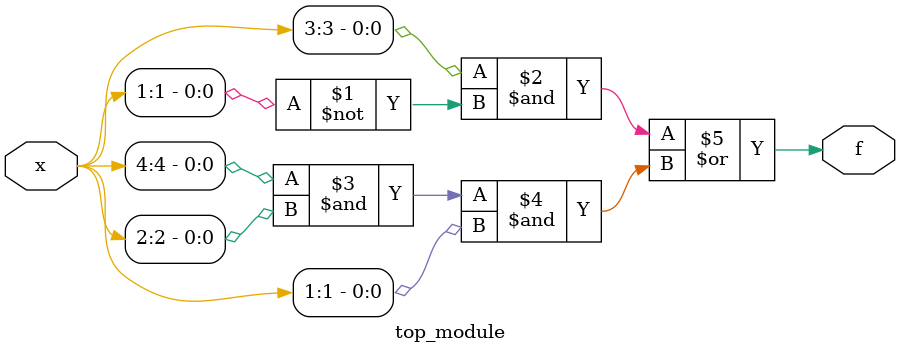
<source format=v>
module top_module (
    input [4:1] x, 
    output f );
    assign f=(x[3]&~x[1])|(x[4]&x[2]&x[1]);
endmodule
</source>
